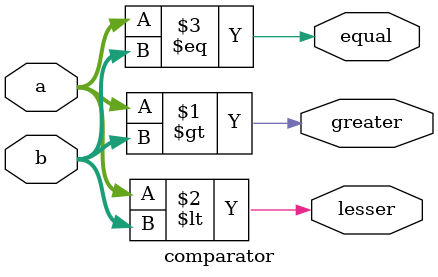
<source format=v>
`timescale 1ns / 1ps


module comparator(
    input  [31:0] a,
    input  [31:0] b,
    output        greater,
    output        lesser,
    output        equal
);
    assign greater = (a > b);
    assign lesser  = (a < b);
    assign equal   = (a == b);
endmodule

</source>
